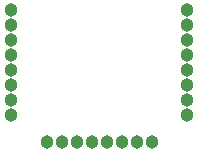
<source format=gbr>
G04 EAGLE Gerber RS-274X export*
G75*
%MOMM*%
%FSLAX34Y34*%
%LPD*%
%INSoldermask Bottom*%
%IPPOS*%
%AMOC8*
5,1,8,0,0,1.08239X$1,22.5*%
G01*
%ADD10C,1.132838*%


D10*
X149067Y72065D03*
X149067Y84765D03*
X149067Y59365D03*
X149067Y97465D03*
X149067Y46665D03*
X149067Y110165D03*
X149067Y33965D03*
X149067Y21265D03*
X80830Y-1511D03*
X93530Y-1511D03*
X68130Y-1511D03*
X106230Y-1511D03*
X55430Y-1511D03*
X118930Y-1511D03*
X42730Y-1511D03*
X30030Y-1511D03*
X247Y71818D03*
X247Y84518D03*
X247Y59118D03*
X247Y97218D03*
X247Y46418D03*
X247Y109918D03*
X247Y33718D03*
X247Y21018D03*
M02*

</source>
